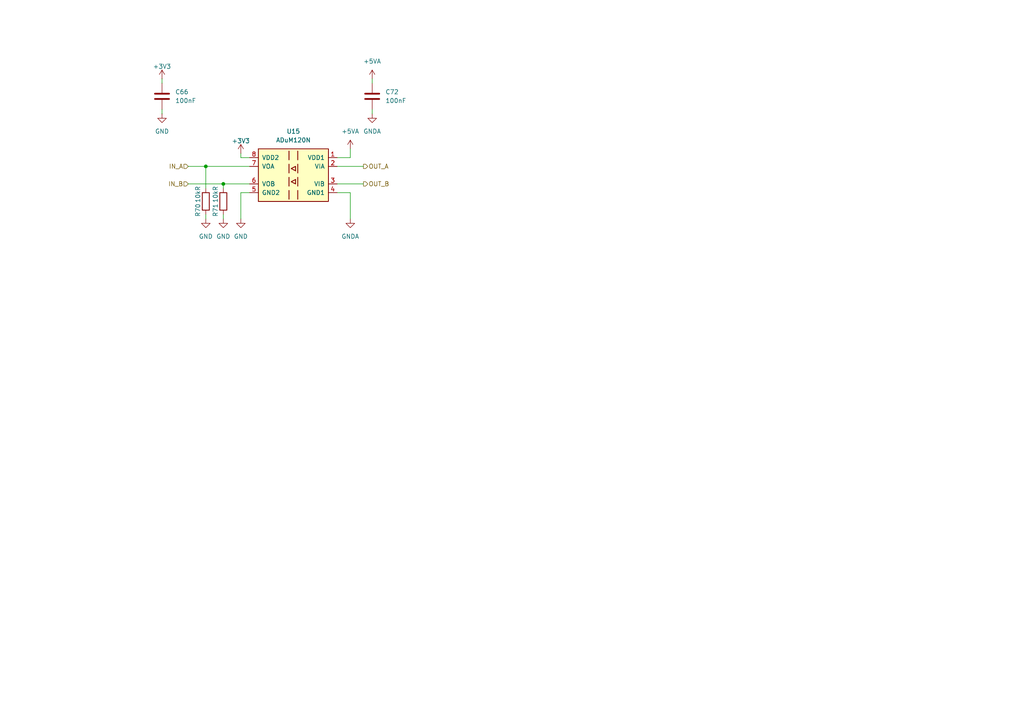
<source format=kicad_sch>
(kicad_sch (version 20231120) (generator "eeschema") (generator_version "8.0")
  (paper "A4")
  (lib_symbols
    (symbol "Device:C" (pin_numbers hide) (pin_names (offset 0.254))
      (property "Reference" "C" (at 0.635 2.54 0))
      (property "Value" "C" (at 0.635 -2.54 0))
      (symbol "C_0_1"
        (polyline (pts (xy -2.032 -0.762) (xy 2.032 -0.762)) (stroke (width 0.508)))
        (polyline (pts (xy -2.032 0.762) (xy 2.032 0.762)) (stroke (width 0.508)))
      )
      (symbol "C_1_1"
        (pin passive line (at 0 3.81 270) (length 2.794) (name "~") (number "1"))
        (pin passive line (at 0 -3.81 90) (length 2.794) (name "~") (number "2"))
      )
    )
    (symbol "Device:R" (pin_numbers hide) (pin_names (offset 0))
      (property "Reference" "R" (at 2.032 0 90))
      (property "Value" "R" (at 0 0 90))
      (symbol "R_0_1"
        (rectangle (start -1.016 -2.54) (end 1.016 2.54) (stroke (width 0.254)))
      )
      (symbol "R_1_1"
        (pin passive line (at 0 3.81 270) (length 1.27) (name "~") (number "1"))
        (pin passive line (at 0 -3.81 90) (length 1.27) (name "~") (number "2"))
      )
    )
    (symbol "Isolator:ADuM120N" (pin_names (offset 1.016))
      (property "Reference" "U" (at -10.16 8.89 0))
      (property "Value" "ADuM120N" (at -2.032 8.89 0))
      (symbol "ADuM120N_0_1"
        (rectangle (start -10.16 7.62) (end 10.16 -7.62) (stroke (width 0.254)) (fill (type background)))
        (polyline (pts (xy -1.27 -4.445) (xy -1.27 -6.985)) (stroke (width 0.254)))
        (polyline (pts (xy -1.27 -0.635) (xy -1.27 -3.175)) (stroke (width 0.254)))
        (polyline (pts (xy -1.27 3.175) (xy -1.27 0.635)) (stroke (width 0.254)))
        (polyline (pts (xy -1.27 6.985) (xy -1.27 4.445)) (stroke (width 0.254)))
        (polyline (pts (xy 1.27 -4.445) (xy 1.27 -6.985)) (stroke (width 0.254)))
        (polyline (pts (xy 1.27 -0.635) (xy 1.27 -3.175)) (stroke (width 0.254)))
        (polyline (pts (xy 1.27 3.175) (xy 1.27 0.635)) (stroke (width 0.254)))
        (polyline (pts (xy 1.27 6.985) (xy 1.27 4.445)) (stroke (width 0.254)))
        (polyline (pts (xy -0.635 -1.27) (xy -0.635 -2.54) (xy 0.635 -1.905) (xy -0.635 -1.27)) (stroke (width 0.254)))
        (polyline (pts (xy -0.635 1.27) (xy 0.635 1.905) (xy -0.635 2.54) (xy -0.635 1.27)) (stroke (width 0.254)))
      )
      (symbol "ADuM120N_1_1"
        (pin power_in line (at -12.7 5.08 0) (length 2.54) (name "VDD1") (number "1"))
        (pin input line (at -12.7 2.54 0) (length 2.54) (name "VIA") (number "2"))
        (pin input line (at -12.7 -2.54 0) (length 2.54) (name "VIB") (number "3"))
        (pin power_in line (at -12.7 -5.08 0) (length 2.54) (name "GND1") (number "4"))
        (pin power_in line (at 12.7 -5.08 180) (length 2.54) (name "GND2") (number "5"))
        (pin output line (at 12.7 -2.54 180) (length 2.54) (name "VOB") (number "6"))
        (pin output line (at 12.7 2.54 180) (length 2.54) (name "VOA") (number "7"))
        (pin power_in line (at 12.7 5.08 180) (length 2.54) (name "VDD2") (number "8"))
      )
    )
    (symbol "power:+3V3" (power) (pin_numbers hide) (pin_names (offset 0) hide)
      (property "Value" "+3V3" (at 0 3.556 0))
      (symbol "+3V3_0_1"
        (polyline (pts (xy -0.762 1.27) (xy 0 2.54)))
        (polyline (pts (xy 0 0) (xy 0 2.54)))
        (polyline (pts (xy 0 2.54) (xy 0.762 1.27)))
      )
      (symbol "+3V3_1_1"
        (pin power_in line (at 0 0 90) (length 0) (name "~") (number "1"))
      )
    )
    (symbol "power:+5VA" (power) (pin_numbers hide) (pin_names (offset 0) hide)
      (property "Value" "+5VA" (at 0 3.556 0))
      (symbol "+5VA_0_1"
        (polyline (pts (xy -0.762 1.27) (xy 0 2.54)))
        (polyline (pts (xy 0 0) (xy 0 2.54)))
        (polyline (pts (xy 0 2.54) (xy 0.762 1.27)))
      )
      (symbol "+5VA_1_1"
        (pin power_in line (at 0 0 90) (length 0) (name "~") (number "1"))
      )
    )
    (symbol "power:GND" (power) (pin_numbers hide) (pin_names (offset 0) hide)
      (property "Value" "GND" (at 0 -3.81 0))
      (symbol "GND_0_1"
        (polyline (pts (xy 0 0) (xy 0 -1.27) (xy 1.27 -1.27) (xy 0 -2.54) (xy -1.27 -1.27) (xy 0 -1.27)))
      )
      (symbol "GND_1_1"
        (pin power_in line (at 0 0 270) (length 0) (name "~") (number "1"))
      )
    )
    (symbol "power:GNDA" (power) (pin_numbers hide) (pin_names (offset 0) hide)
      (property "Value" "GNDA" (at 0 -3.81 0))
      (symbol "GNDA_0_1"
        (polyline (pts (xy 0 0) (xy 0 -1.27) (xy 1.27 -1.27) (xy 0 -2.54) (xy -1.27 -1.27) (xy 0 -1.27)))
      )
      (symbol "GNDA_1_1"
        (pin power_in line (at 0 0 270) (length 0) (name "~") (number "1"))
      )
    )
  )
  (junction (at 59.69 48.26))
  (junction (at 64.77 53.34))
  (wire (pts (xy 64.77 62.23) (xy 64.77 63.5)))
  (wire (pts (xy 97.79 45.72) (xy 101.6 45.72)))
  (wire (pts (xy 97.79 55.88) (xy 101.6 55.88)))
  (wire (pts (xy 69.85 45.72) (xy 72.39 45.72)))
  (wire (pts (xy 64.77 54.61) (xy 64.77 53.34)))
  (wire (pts (xy 101.6 55.88) (xy 101.6 63.5)))
  (wire (pts (xy 101.6 45.72) (xy 101.6 43.18)))
  (wire (pts (xy 97.79 53.34) (xy 105.41 53.34)))
  (wire (pts (xy 69.85 55.88) (xy 69.85 63.5)))
  (wire (pts (xy 54.61 48.26) (xy 59.69 48.26)))
  (wire (pts (xy 54.61 53.34) (xy 64.77 53.34)))
  (wire (pts (xy 69.85 44.45) (xy 69.85 45.72)))
  (wire (pts (xy 46.99 31.75) (xy 46.99 33.02)))
  (wire (pts (xy 107.95 31.75) (xy 107.95 33.02)))
  (wire (pts (xy 107.95 22.86) (xy 107.95 24.13)))
  (wire (pts (xy 59.69 54.61) (xy 59.69 48.26)))
  (wire (pts (xy 72.39 55.88) (xy 69.85 55.88)))
  (wire (pts (xy 59.69 62.23) (xy 59.69 63.5)))
  (wire (pts (xy 97.79 48.26) (xy 105.41 48.26)))
  (wire (pts (xy 46.99 22.86) (xy 46.99 24.13)))
  (wire (pts (xy 59.69 48.26) (xy 72.39 48.26)))
  (wire (pts (xy 64.77 53.34) (xy 72.39 53.34)))
  (hierarchical_label "IN_B" (shape input) (at 54.61 53.34 180))
  (hierarchical_label "OUT_B" (shape output) (at 105.41 53.34 0))
  (hierarchical_label "IN_A" (shape input) (at 54.61 48.26 180))
  (hierarchical_label "OUT_A" (shape output) (at 105.41 48.26 0))
  (symbol (lib_id "Isolator:ADuM120N") (at 85.09 50.8 0) (mirror y) (unit 1)
    (property "Reference" "U15" (at 85.09 38.1 0))
    (property "Value" "ADuM120N" (at 85.09 40.64 0))
    (property "Footprint" "Package_SO:SOIC-8_3.9x4.9mm_P1.27mm" (effects (hide yes)))
    (property "Datasheet" "https://www.analog.com/media/en/technical-documentation/data-sheets/ADuM120N_121N.pdf" (effects (hide yes)))
    (property "Description" "Dual-channel digital isolator,1.8 to 5V, 150Mbs, 3kV" (effects (hide yes)))
    (property "LCSC" "C660268" (effects (hide yes)))
    (instances (project "mypsu" (path "" (reference "U15") (unit 1)) (path "" (reference "U14") (unit 1))))
  )
  (symbol (lib_id "power:GNDA") (at 107.95 33.02 0) (unit 1)
    (property "Reference" "#PWR175" (effects (hide yes)))
    (property "Value" "GNDA" (at 107.95 38.1 0))
    (property "Description" "Power symbol creates a global label with name \"GNDA\" , analog ground" (effects (hide yes)))
    (instances (project "mypsu" (path "" (reference "#PWR175") (unit 1)) (path "" (reference "#PWR173") (unit 1))))
  )
  (symbol (lib_id "Device:C") (at 107.95 27.94 0) (unit 1)
    (property "Reference" "C72" (at 111.76 26.6699 0) (effects (justify left)))
    (property "Value" "100nF" (at 111.76 29.2099 0) (effects (justify left)))
    (property "Description" "Unpolarized capacitor" (effects (hide yes)))
    (property "LCSC" "C377773" (effects (hide yes)))
    (instances (project "mypsu" (path "" (reference "C72") (unit 1)) (path "" (reference "C71") (unit 1))))
  )
  (symbol (lib_id "power:GNDA") (at 101.6 63.5 0) (unit 1)
    (property "Reference" "#PWR163" (effects (hide yes)))
    (property "Value" "GNDA" (at 101.6 68.58 0))
    (property "Description" "Power symbol creates a global label with name \"GNDA\" , analog ground" (effects (hide yes)))
    (instances (project "mypsu" (path "" (reference "#PWR163") (unit 1)) (path "" (reference "#PWR157") (unit 1))))
  )
  (symbol (lib_id "power:GND") (at 46.99 33.02 0) (unit 1)
    (property "Reference" "#PWR0169" (effects (hide yes)))
    (property "Value" "GND" (at 46.99 38.1 0))
    (property "Description" "Power symbol creates a global label with name \"GND\" , ground" (effects (hide yes)))
    (instances (project "mypsu" (path "" (reference "#PWR0169") (unit 1)) (path "" (reference "#PWR0168") (unit 1))))
  )
  (symbol (lib_id "Device:R") (at 59.69 58.42 180) (unit 1)
    (property "Reference" "R70" (at 57.404 60.96 90))
    (property "Value" "10kR" (at 57.404 56.388 90))
    (property "Description" "Resistor" (effects (hide yes)))
    (property "LCSC" "C11702" (effects (hide yes)))
    (instances (project "mypsu" (path "" (reference "R70") (unit 1)) (path "" (reference "R68") (unit 1))))
  )
  (symbol (lib_id "power:+3V3") (at 46.99 22.86 0) (unit 1)
    (property "Reference" "#PWR0166" (effects (hide yes)))
    (property "Value" "+3V3" (at 46.99 19.2842 0))
    (property "Description" "Power symbol creates a global label with name \"+3V3\"" (effects (hide yes)))
    (instances (project "mypsu" (path "" (reference "#PWR0166") (unit 1)) (path "" (reference "#PWR0165") (unit 1))))
  )
  (symbol (lib_id "power:+3V3") (at 69.85 44.45 0) (unit 1)
    (property "Reference" "#PWR0160" (effects (hide yes)))
    (property "Value" "+3V3" (at 69.85 40.8742 0))
    (property "Description" "Power symbol creates a global label with name \"+3V3\"" (effects (hide yes)))
    (instances (project "mypsu" (path "" (reference "#PWR0160") (unit 1)) (path "" (reference "#PWR0154") (unit 1))))
  )
  (symbol (lib_id "Device:R") (at 64.77 58.42 180) (unit 1)
    (property "Reference" "R71" (at 62.484 60.96 90))
    (property "Value" "10kR" (at 62.484 56.388 90))
    (property "Description" "Resistor" (effects (hide yes)))
    (property "LCSC" "C11702" (effects (hide yes)))
    (instances (project "mypsu" (path "" (reference "R71") (unit 1)) (path "" (reference "R69") (unit 1))))
  )
  (symbol (lib_id "power:GND") (at 69.85 63.5 0) (unit 1)
    (property "Reference" "#PWR0161" (effects (hide yes)))
    (property "Value" "GND" (at 69.85 68.58 0))
    (property "Description" "Power symbol creates a global label with name \"GND\" , ground" (effects (hide yes)))
    (instances (project "mypsu" (path "" (reference "#PWR0161") (unit 1)) (path "" (reference "#PWR0155") (unit 1))))
  )
  (symbol (lib_id "power:+5VA") (at 107.95 22.86 0) (unit 1)
    (property "Reference" "#PWR174" (effects (hide yes)))
    (property "Value" "+5VA" (at 107.95 17.78 0))
    (property "Description" "Power symbol creates a global label with name \"+5VA\"" (effects (hide yes)))
    (instances (project "mypsu" (path "" (reference "#PWR174") (unit 1)) (path "" (reference "#PWR172") (unit 1))))
  )
  (symbol (lib_id "Device:C") (at 46.99 27.94 0) (unit 1)
    (property "Reference" "C66" (at 50.8 26.6699 0) (effects (justify left)))
    (property "Value" "100nF" (at 50.8 29.2099 0) (effects (justify left)))
    (property "Description" "Unpolarized capacitor" (effects (hide yes)))
    (property "LCSC" "C1588" (effects (hide yes)))
    (instances (project "" (path "" (reference "C66") (unit 1)) (path "" (reference "C69") (unit 1)) (path "" (reference "C68") (unit 1))))
  )
  (symbol (lib_id "power:GND") (at 59.69 63.5 0) (unit 1)
    (property "Reference" "#PWR0158" (effects (hide yes)))
    (property "Value" "GND" (at 59.69 68.58 0))
    (property "Description" "Power symbol creates a global label with name \"GND\" , ground" (effects (hide yes)))
    (instances (project "mypsu" (path "" (reference "#PWR0158") (unit 1)) (path "" (reference "#PWR0152") (unit 1))))
  )
  (symbol (lib_id "power:+5VA") (at 101.6 43.18 0) (unit 1)
    (property "Reference" "#PWR162" (effects (hide yes)))
    (property "Value" "+5VA" (at 101.6 38.1 0))
    (property "Description" "Power symbol creates a global label with name \"+5VA\"" (effects (hide yes)))
    (instances (project "mypsu" (path "" (reference "#PWR162") (unit 1)) (path "" (reference "#PWR156") (unit 1))))
  )
  (symbol (lib_id "power:GND") (at 64.77 63.5 0) (unit 1)
    (property "Reference" "#PWR0159" (effects (hide yes)))
    (property "Value" "GND" (at 64.77 68.58 0))
    (property "Description" "Power symbol creates a global label with name \"GND\" , ground" (effects (hide yes)))
    (instances (project "mypsu" (path "" (reference "#PWR0159") (unit 1)) (path "" (reference "#PWR0153") (unit 1))))
  )
)
</source>
